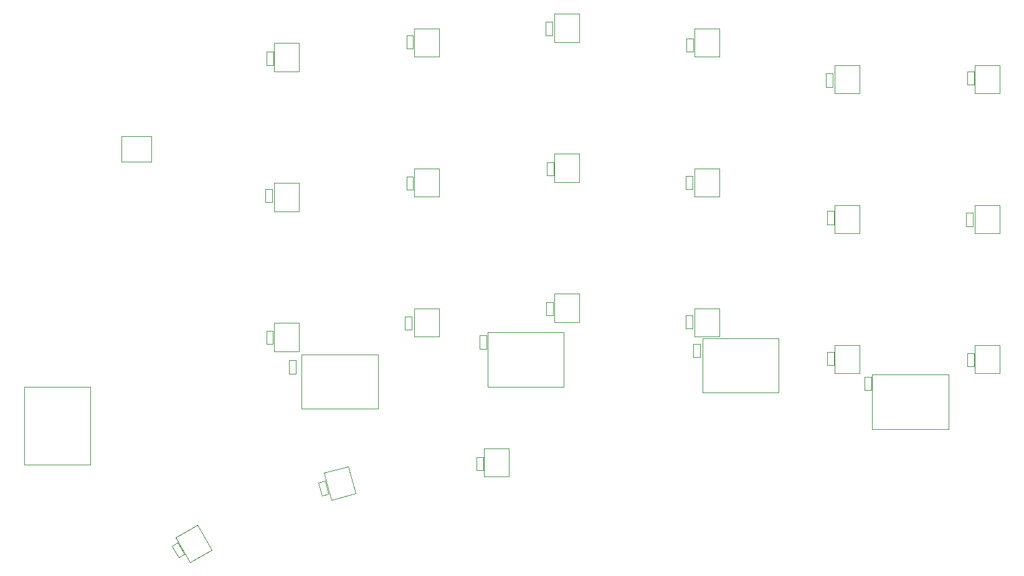
<source format=gbr>
G04 #@! TF.GenerationSoftware,KiCad,Pcbnew,8.0.3*
G04 #@! TF.CreationDate,2024-06-14T18:21:21-07:00*
G04 #@! TF.ProjectId,Keyboard,4b657962-6f61-4726-942e-6b696361645f,rev?*
G04 #@! TF.SameCoordinates,Original*
G04 #@! TF.FileFunction,Other,User*
%FSLAX46Y46*%
G04 Gerber Fmt 4.6, Leading zero omitted, Abs format (unit mm)*
G04 Created by KiCad (PCBNEW 8.0.3) date 2024-06-14 18:21:21*
%MOMM*%
%LPD*%
G01*
G04 APERTURE LIST*
%ADD10C,0.050000*%
G04 APERTURE END LIST*
D10*
G04 #@! TO.C,U11*
X98870000Y-236980000D02*
X98870000Y-240820000D01*
X98870000Y-240820000D02*
X102270000Y-240820000D01*
X102270000Y-236980000D02*
X98870000Y-236980000D01*
X102270000Y-240820000D02*
X102270000Y-236980000D01*
G04 #@! TO.C,C36*
X135790000Y-195990000D02*
X136710000Y-195990000D01*
X135790000Y-197810000D02*
X135790000Y-195990000D01*
X136710000Y-195990000D02*
X136710000Y-197810000D01*
X136710000Y-197810000D02*
X135790000Y-197810000D01*
G04 #@! TO.C,U12*
X127445000Y-254030000D02*
X127445000Y-257870000D01*
X127445000Y-257870000D02*
X130845000Y-257870000D01*
X130845000Y-254030000D02*
X127445000Y-254030000D01*
X130845000Y-257870000D02*
X130845000Y-254030000D01*
G04 #@! TO.C,U25*
X194120000Y-220930000D02*
X194120000Y-224770000D01*
X194120000Y-224770000D02*
X197520000Y-224770000D01*
X197520000Y-220930000D02*
X194120000Y-220930000D01*
X197520000Y-224770000D02*
X197520000Y-220930000D01*
G04 #@! TO.C,U9*
X98870000Y-198880000D02*
X98870000Y-202720000D01*
X98870000Y-202720000D02*
X102270000Y-202720000D01*
X102270000Y-198880000D02*
X98870000Y-198880000D01*
X102270000Y-202720000D02*
X102270000Y-198880000D01*
G04 #@! TO.C,C37*
X192990000Y-221970000D02*
X193910000Y-221970000D01*
X192990000Y-223790000D02*
X192990000Y-221970000D01*
X193910000Y-221970000D02*
X193910000Y-223790000D01*
X193910000Y-223790000D02*
X192990000Y-223790000D01*
G04 #@! TO.C,C33*
X154840000Y-216940000D02*
X155760000Y-216940000D01*
X154840000Y-218760000D02*
X154840000Y-216940000D01*
X155760000Y-216940000D02*
X155760000Y-218760000D01*
X155760000Y-218760000D02*
X154840000Y-218760000D01*
G04 #@! TO.C,J4*
X73915000Y-245630000D02*
X64975000Y-245630000D01*
X64975000Y-256270000D01*
X73915000Y-256270000D01*
X73915000Y-245630000D01*
G04 #@! TO.C,U6*
X127900000Y-238250000D02*
X127900000Y-245650000D01*
X127900000Y-245650000D02*
X138300000Y-245650000D01*
X138300000Y-238250000D02*
X127900000Y-238250000D01*
X138300000Y-245650000D02*
X138300000Y-238250000D01*
G04 #@! TO.C,C18*
X100890000Y-242060000D02*
X101810000Y-242060000D01*
X100890000Y-243880000D02*
X100890000Y-242060000D01*
X101810000Y-242060000D02*
X101810000Y-243880000D01*
X101810000Y-243880000D02*
X100890000Y-243880000D01*
G04 #@! TO.C,C29*
X116890000Y-217040000D02*
X117810000Y-217040000D01*
X116890000Y-218860000D02*
X116890000Y-217040000D01*
X117810000Y-217040000D02*
X117810000Y-218860000D01*
X117810000Y-218860000D02*
X116890000Y-218860000D01*
G04 #@! TO.C,C28*
X116890000Y-197810000D02*
X117810000Y-197810000D01*
X116890000Y-199630000D02*
X116890000Y-197810000D01*
X117810000Y-197810000D02*
X117810000Y-199630000D01*
X117810000Y-199630000D02*
X116890000Y-199630000D01*
G04 #@! TO.C,U18*
X136970000Y-232980000D02*
X136970000Y-236820000D01*
X136970000Y-236820000D02*
X140370000Y-236820000D01*
X140370000Y-232980000D02*
X136970000Y-232980000D01*
X140370000Y-236820000D02*
X140370000Y-232980000D01*
G04 #@! TO.C,U13*
X105660994Y-257355415D02*
X106654859Y-261064570D01*
X106654859Y-261064570D02*
X109939006Y-260184585D01*
X108945141Y-256475430D02*
X105660994Y-257355415D01*
X109939006Y-260184585D02*
X108945141Y-256475430D01*
G04 #@! TO.C,U29*
X175070000Y-239980000D02*
X175070000Y-243820000D01*
X175070000Y-243820000D02*
X178470000Y-243820000D01*
X178470000Y-239980000D02*
X175070000Y-239980000D01*
X178470000Y-243820000D02*
X178470000Y-239980000D01*
G04 #@! TO.C,C35*
X173890000Y-203020000D02*
X174810000Y-203020000D01*
X173890000Y-204840000D02*
X173890000Y-203020000D01*
X174810000Y-203020000D02*
X174810000Y-204840000D01*
X174810000Y-204840000D02*
X173890000Y-204840000D01*
G04 #@! TO.C,U5*
X102650000Y-241250000D02*
X102650000Y-248650000D01*
X102650000Y-248650000D02*
X113050000Y-248650000D01*
X113050000Y-241250000D02*
X102650000Y-241250000D01*
X113050000Y-248650000D02*
X113050000Y-241250000D01*
G04 #@! TO.C,U20*
X156020000Y-196880000D02*
X156020000Y-200720000D01*
X156020000Y-200720000D02*
X159420000Y-200720000D01*
X159420000Y-196880000D02*
X156020000Y-196880000D01*
X159420000Y-200720000D02*
X159420000Y-196880000D01*
G04 #@! TO.C,C22*
X97740000Y-218720000D02*
X98660000Y-218720000D01*
X97740000Y-220540000D02*
X97740000Y-218720000D01*
X98660000Y-218720000D02*
X98660000Y-220540000D01*
X98660000Y-220540000D02*
X97740000Y-220540000D01*
G04 #@! TO.C,U31*
X78140000Y-211582500D02*
X78140000Y-214982500D01*
X78140000Y-214982500D02*
X82240000Y-214982500D01*
X82240000Y-211582500D02*
X78140000Y-211582500D01*
X82240000Y-214982500D02*
X82240000Y-211582500D01*
G04 #@! TO.C,C34*
X154890000Y-235890000D02*
X155810000Y-235890000D01*
X154890000Y-237710000D02*
X154890000Y-235890000D01*
X155810000Y-235890000D02*
X155810000Y-237710000D01*
X155810000Y-237710000D02*
X154890000Y-237710000D01*
G04 #@! TO.C,C17*
X97890000Y-200040000D02*
X98810000Y-200040000D01*
X97890000Y-201860000D02*
X97890000Y-200040000D01*
X98810000Y-200040000D02*
X98810000Y-201860000D01*
X98810000Y-201860000D02*
X97890000Y-201860000D01*
G04 #@! TO.C,C31*
X116690000Y-236090000D02*
X117610000Y-236090000D01*
X116690000Y-237910000D02*
X116690000Y-236090000D01*
X117610000Y-236090000D02*
X117610000Y-237910000D01*
X117610000Y-237910000D02*
X116690000Y-237910000D01*
G04 #@! TO.C,U14*
X85527757Y-266187231D02*
X87447757Y-269512769D01*
X87447757Y-269512769D02*
X90392243Y-267812769D01*
X88472243Y-264487231D02*
X85527757Y-266187231D01*
X90392243Y-267812769D02*
X88472243Y-264487231D01*
G04 #@! TO.C,U21*
X156020000Y-215930000D02*
X156020000Y-219770000D01*
X156020000Y-219770000D02*
X159420000Y-219770000D01*
X159420000Y-215930000D02*
X156020000Y-215930000D01*
X159420000Y-219770000D02*
X159420000Y-215930000D01*
G04 #@! TO.C,U15*
X136970000Y-213930000D02*
X136970000Y-217770000D01*
X136970000Y-217770000D02*
X140370000Y-217770000D01*
X140370000Y-213930000D02*
X136970000Y-213930000D01*
X140370000Y-217770000D02*
X140370000Y-213930000D01*
G04 #@! TO.C,U7*
X157100000Y-239050000D02*
X157100000Y-246450000D01*
X157100000Y-246450000D02*
X167500000Y-246450000D01*
X167500000Y-239050000D02*
X157100000Y-239050000D01*
X167500000Y-246450000D02*
X167500000Y-239050000D01*
G04 #@! TO.C,C23*
X97840000Y-238020000D02*
X98760000Y-238020000D01*
X97840000Y-239840000D02*
X97840000Y-238020000D01*
X98760000Y-238020000D02*
X98760000Y-239840000D01*
X98760000Y-239840000D02*
X97840000Y-239840000D01*
G04 #@! TO.C,C40*
X193140000Y-241070000D02*
X194060000Y-241070000D01*
X193140000Y-242890000D02*
X193140000Y-241070000D01*
X194060000Y-241070000D02*
X194060000Y-242890000D01*
X194060000Y-242890000D02*
X193140000Y-242890000D01*
G04 #@! TO.C,C39*
X174090000Y-221740000D02*
X175010000Y-221740000D01*
X174090000Y-223560000D02*
X174090000Y-221740000D01*
X175010000Y-221740000D02*
X175010000Y-223560000D01*
X175010000Y-223560000D02*
X174090000Y-223560000D01*
G04 #@! TO.C,C38*
X193102500Y-202710000D02*
X194022500Y-202710000D01*
X193102500Y-204530000D02*
X193102500Y-202710000D01*
X194022500Y-202710000D02*
X194022500Y-204530000D01*
X194022500Y-204530000D02*
X193102500Y-204530000D01*
G04 #@! TO.C,U8*
X180150000Y-244000000D02*
X180150000Y-251400000D01*
X180150000Y-251400000D02*
X190550000Y-251400000D01*
X190550000Y-244000000D02*
X180150000Y-244000000D01*
X190550000Y-251400000D02*
X190550000Y-244000000D01*
G04 #@! TO.C,C26*
X84986628Y-267307610D02*
X85783372Y-266847609D01*
X85783372Y-266847609D02*
X86693372Y-268423774D01*
X85896628Y-268883775D02*
X84986628Y-267307610D01*
X86693372Y-268423774D02*
X85896628Y-268883775D01*
G04 #@! TO.C,U17*
X117920000Y-215930000D02*
X117920000Y-219770000D01*
X117920000Y-219770000D02*
X121320000Y-219770000D01*
X121320000Y-215930000D02*
X117920000Y-215930000D01*
X121320000Y-219770000D02*
X121320000Y-215930000D01*
G04 #@! TO.C,C19*
X126840000Y-238640000D02*
X127760000Y-238640000D01*
X126840000Y-240460000D02*
X126840000Y-238640000D01*
X127760000Y-238640000D02*
X127760000Y-240460000D01*
X127760000Y-240460000D02*
X126840000Y-240460000D01*
G04 #@! TO.C,U26*
X194120000Y-201880000D02*
X194120000Y-205720000D01*
X194120000Y-205720000D02*
X197520000Y-205720000D01*
X197520000Y-201880000D02*
X194120000Y-201880000D01*
X197520000Y-205720000D02*
X197520000Y-201880000D01*
G04 #@! TO.C,C25*
X104920148Y-258690065D02*
X105808801Y-258451951D01*
X105391199Y-260448049D02*
X104920148Y-258690065D01*
X105808801Y-258451951D02*
X106279852Y-260209935D01*
X106279852Y-260209935D02*
X105391199Y-260448049D01*
G04 #@! TO.C,U24*
X136970000Y-194880000D02*
X136970000Y-198720000D01*
X136970000Y-198720000D02*
X140370000Y-198720000D01*
X140370000Y-194880000D02*
X136970000Y-194880000D01*
X140370000Y-198720000D02*
X140370000Y-194880000D01*
G04 #@! TO.C,U23*
X175070000Y-201880000D02*
X175070000Y-205720000D01*
X175070000Y-205720000D02*
X178470000Y-205720000D01*
X178470000Y-201880000D02*
X175070000Y-201880000D01*
X178470000Y-205720000D02*
X178470000Y-201880000D01*
G04 #@! TO.C,C41*
X174090000Y-240910000D02*
X175010000Y-240910000D01*
X174090000Y-242730000D02*
X174090000Y-240910000D01*
X175010000Y-240910000D02*
X175010000Y-242730000D01*
X175010000Y-242730000D02*
X174090000Y-242730000D01*
G04 #@! TO.C,U22*
X156020000Y-234980000D02*
X156020000Y-238820000D01*
X156020000Y-238820000D02*
X159420000Y-238820000D01*
X159420000Y-234980000D02*
X156020000Y-234980000D01*
X159420000Y-238820000D02*
X159420000Y-234980000D01*
G04 #@! TO.C,U19*
X117920000Y-234980000D02*
X117920000Y-238820000D01*
X117920000Y-238820000D02*
X121320000Y-238820000D01*
X121320000Y-234980000D02*
X117920000Y-234980000D01*
X121320000Y-238820000D02*
X121320000Y-234980000D01*
G04 #@! TO.C,C21*
X179140000Y-244270000D02*
X180060000Y-244270000D01*
X179140000Y-246090000D02*
X179140000Y-244270000D01*
X180060000Y-244270000D02*
X180060000Y-246090000D01*
X180060000Y-246090000D02*
X179140000Y-246090000D01*
G04 #@! TO.C,C20*
X155890000Y-239790000D02*
X156810000Y-239790000D01*
X155890000Y-241610000D02*
X155890000Y-239790000D01*
X156810000Y-239790000D02*
X156810000Y-241610000D01*
X156810000Y-241610000D02*
X155890000Y-241610000D01*
G04 #@! TO.C,U16*
X117920000Y-196880000D02*
X117920000Y-200720000D01*
X117920000Y-200720000D02*
X121320000Y-200720000D01*
X121320000Y-196880000D02*
X117920000Y-196880000D01*
X121320000Y-200720000D02*
X121320000Y-196880000D01*
G04 #@! TO.C,C24*
X126385000Y-255207500D02*
X127305000Y-255207500D01*
X126385000Y-257027500D02*
X126385000Y-255207500D01*
X127305000Y-255207500D02*
X127305000Y-257027500D01*
X127305000Y-257027500D02*
X126385000Y-257027500D01*
G04 #@! TO.C,U28*
X194120000Y-239980000D02*
X194120000Y-243820000D01*
X194120000Y-243820000D02*
X197520000Y-243820000D01*
X197520000Y-239980000D02*
X194120000Y-239980000D01*
X197520000Y-243820000D02*
X197520000Y-239980000D01*
G04 #@! TO.C,C32*
X154940000Y-198220000D02*
X155860000Y-198220000D01*
X154940000Y-200040000D02*
X154940000Y-198220000D01*
X155860000Y-198220000D02*
X155860000Y-200040000D01*
X155860000Y-200040000D02*
X154940000Y-200040000D01*
G04 #@! TO.C,U10*
X98870000Y-217930000D02*
X98870000Y-221770000D01*
X98870000Y-221770000D02*
X102270000Y-221770000D01*
X102270000Y-217930000D02*
X98870000Y-217930000D01*
X102270000Y-221770000D02*
X102270000Y-217930000D01*
G04 #@! TO.C,U27*
X175070000Y-220930000D02*
X175070000Y-224770000D01*
X175070000Y-224770000D02*
X178470000Y-224770000D01*
X178470000Y-220930000D02*
X175070000Y-220930000D01*
X178470000Y-224770000D02*
X178470000Y-220930000D01*
G04 #@! TO.C,C27*
X135990000Y-215090000D02*
X136910000Y-215090000D01*
X135990000Y-216910000D02*
X135990000Y-215090000D01*
X136910000Y-215090000D02*
X136910000Y-216910000D01*
X136910000Y-216910000D02*
X135990000Y-216910000D01*
G04 #@! TO.C,C30*
X135890000Y-234120000D02*
X136810000Y-234120000D01*
X135890000Y-235940000D02*
X135890000Y-234120000D01*
X136810000Y-234120000D02*
X136810000Y-235940000D01*
X136810000Y-235940000D02*
X135890000Y-235940000D01*
G04 #@! TD*
M02*

</source>
